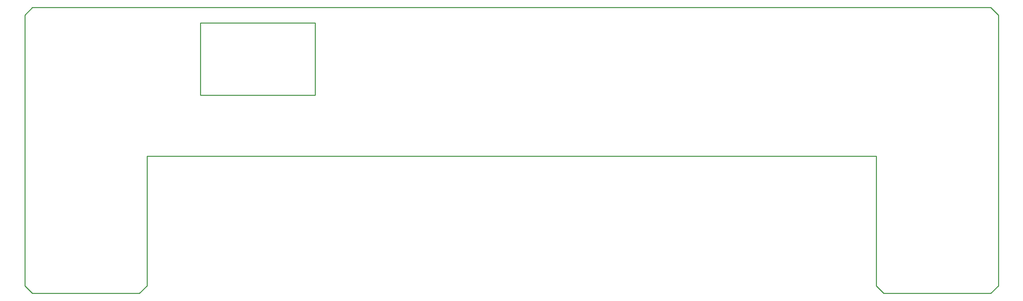
<source format=gbr>
G04 EAGLE Gerber RS-274X export*
G75*
%MOMM*%
%FSLAX34Y34*%
%LPD*%
%IN*%
%IPPOS*%
%AMOC8*
5,1,8,0,0,1.08239X$1,22.5*%
G01*
G04 Define Apertures*
%ADD10C,0.254000*%
D10*
X170000Y50000D02*
X190000Y30000D01*
X470000Y30000D01*
X490000Y50000D01*
X490000Y390000D01*
X2400000Y390000D01*
X2400000Y50000D01*
X2420000Y30000D01*
X2700000Y30000D01*
X2720000Y50000D01*
X2720000Y760000D01*
X2700000Y780000D01*
X190000Y780000D01*
X170000Y760000D01*
X170000Y50000D01*
X630000Y550000D02*
X930000Y550000D01*
X930000Y740000D01*
X630000Y740000D01*
X630000Y550000D01*
M02*

</source>
